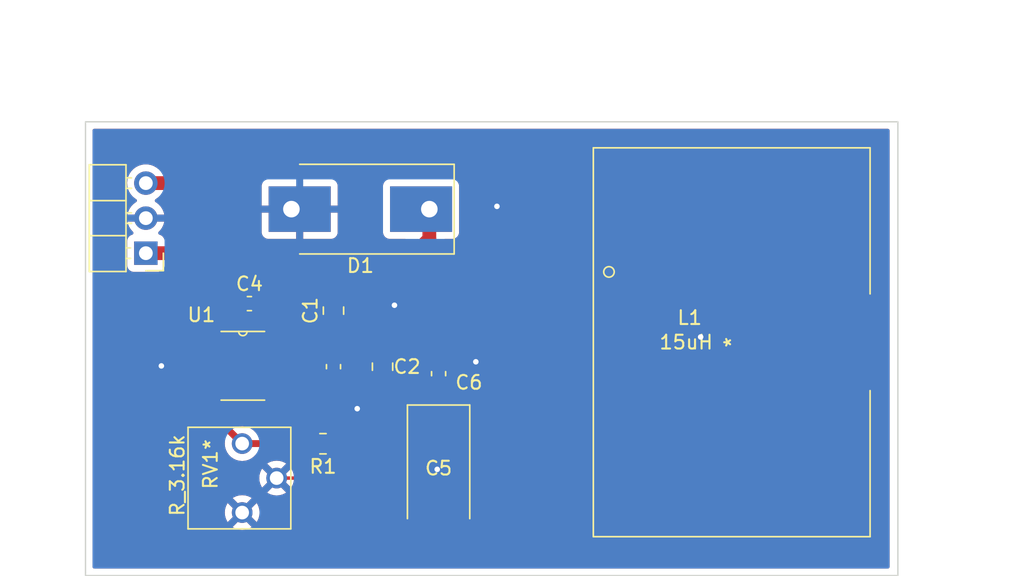
<source format=kicad_pcb>
(kicad_pcb (version 20211014) (generator pcbnew)
  (layers (0 "F.Cu" signal) (31 "B.Cu" signal) (34 "B.Paste" user) (35 "F.Paste" user) (36 "B.SilkS" user "B.Silkscreen") (37 "F.SilkS" user "F.Silkscreen") (38 "B.Mask" user) (39 "F.Mask" user) (44 "Edge.Cuts" user))
  (net 0 "")
  (net 1 "Boot")
  (net 4 "Vsense")
  (net 6 "GND")
  (net 7 "Vin")
  (net 8 "PH")
  (net 9 "Vout")
  (footprint "Capacitor_Tantalum_SMD:CP_EIA-7343-15_Kemet-W_Pad2.25x2.55mm_HandSolder" (layer "F.Cu") (at 153.5 97.0205 -90)
    (fp_text reference "C5" (at 0 0 180) (layer "F.SilkS"))
    (fp_text value "10TPB330M")
    (fp_line (start -4.585 -2.26) (end -4.585 2.26) (layer "F.SilkS") (width 0.12))
    (fp_line (start -4.585 2.26) (end 3.65 2.26) (layer "F.SilkS") (width 0.12))
    (fp_line (start 3.65 -2.26) (end -4.585 -2.26) (layer "F.SilkS") (width 0.12))
    (pad "1" smd roundrect (at -3.2 0 270) (size 2.25 2.55) (layers "F.Cu" "F.Paste" "F.Mask") (roundrect_rratio 0.1111111111) (net 9 "Vout"))
    (pad "2" smd roundrect (at 3.2 0 270) (size 2.25 2.55) (layers "F.Cu" "F.Paste" "F.Mask") (roundrect_rratio 0.1111111111) (net 6 "GND"))
  )
  (footprint "Capacitor_SMD:C_0603_1608Metric_Pad1.08x0.95mm_HandSolder" (layer "F.Cu") (at 153.5 90.1625 90)
    (fp_text reference "C6" (at -0.6375 2.2 180) (layer "F.SilkS"))
    (fp_text value ".01uF" hide)
    (fp_line (start -0.146267 0.51) (end 0.146267 0.51) (layer "F.SilkS") (width 0.12))
    (fp_line (start -0.146267 -0.51) (end 0.146267 -0.51) (layer "F.SilkS") (width 0.12))
    (pad "1" smd roundrect (at -0.8625 0 90) (size 1.075 0.95) (layers "F.Cu" "F.Paste" "F.Mask") (net 9 "Vout"))
    (pad "2" smd roundrect (at 0.8625 0 90) (size 1.075 0.95) (layers "F.Cu" "F.Paste" "F.Mask") (net 6 "GND"))
  )
  (footprint "VReg:TPS5450DDAR" (layer "F.Cu") (at 139.30775 89.591)
    (fp_text reference "U1" (at -3.00775 -3.691) (layer "F.SilkS"))
    (fp_text value "TPS5450DDAR" hide)
    (fp_line (start 1.576853 -2.4892) (end -1.576853 -2.4892) (layer "F.SilkS") (width 0.12))
    (fp_line (start -1.576853 2.4892) (end 1.576853 2.4892) (layer "F.SilkS") (width 0.12))
    (fp_arc (start 0.3048 -2.4892) (mid 0 -2.1844) (end -0.3048 -2.4892) (layer "F.SilkS") (width 0.12))
    (pad "1" smd rect (at -2.5654 -1.905) (size 1.778 0.5334) (layers "F.Cu" "F.Paste" "F.Mask") (net 1 "Boot"))
    (pad "2" smd rect (at -2.5654 -0.635) (size 1.778 0.5334) (layers "F.Cu" "F.Paste" "F.Mask"))
    (pad "3" smd rect (at -2.5654 0.635) (size 1.778 0.5334) (layers "F.Cu" "F.Paste" "F.Mask"))
    (pad "4" smd rect (at -2.5654 1.905) (size 1.778 0.5334) (layers "F.Cu" "F.Paste" "F.Mask") (net 4 "Vsense"))
    (pad "5" smd rect (at 2.5654 1.905) (size 1.778 0.5334) (layers "F.Cu" "F.Paste" "F.Mask"))
    (pad "6" smd rect (at 2.5654 0.635) (size 1.778 0.5334) (layers "F.Cu" "F.Paste" "F.Mask") (net 6 "GND"))
    (pad "7" smd rect (at 2.5654 -0.635) (size 1.778 0.5334) (layers "F.Cu" "F.Paste" "F.Mask") (net 7 "Vin"))
    (pad "8" smd rect (at 2.5654 -1.905) (size 1.778 0.5334) (layers "F.Cu" "F.Paste" "F.Mask") (net 8 "PH"))
    (pad "EPAD" smd rect (at 0 0) (size 2.4 3.099999) (layers "F.Cu" "F.Mask") (net 6 "GND"))
  )
  (footprint "Capacitor_SMD:C_0805_2012Metric_Pad1.18x1.45mm_HandSolder" (layer "F.Cu") (at 149.436 89.6545 -90)
    (fp_text reference "C2" (at 0 -1.778 180) (layer "F.SilkS"))
    (fp_text value "4.7uF" hide)
    (fp_line (start -0.261252 0.735) (end 0.261252 0.735) (layer "F.SilkS") (width 0.12))
    (fp_line (start -0.261252 -0.735) (end 0.261252 -0.735) (layer "F.SilkS") (width 0.12))
    (pad "1" smd roundrect (at -1.0375 0 270) (size 1.175 1.45) (layers "F.Cu" "F.Paste" "F.Mask") (roundrect_rratio 0.2127659574) (net 7 "Vin"))
    (pad "2" smd roundrect (at 1.0375 0 270) (size 1.175 1.45) (layers "F.Cu" "F.Paste" "F.Mask") (roundrect_rratio 0.2127659574) (net 6 "GND"))
  )
  (footprint "Resistor_SMD:R_0805_2012Metric_Pad1.20x1.40mm_HandSolder" (layer "F.Cu") (at 145.118 95.2425 180)
    (fp_text reference "R1" (at 0 -1.65) (layer "F.SilkS"))
    (fp_text value "10K" hide)
    (fp_line (start -0.227064 -0.735) (end 0.227064 -0.735) (layer "F.SilkS") (width 0.12))
    (fp_line (start -0.227064 0.735) (end 0.227064 0.735) (layer "F.SilkS") (width 0.12))
    (pad "1" smd roundrect (at -1 0 180) (size 1.2 1.4) (layers "F.Cu" "F.Paste" "F.Mask") (roundrect_rratio 0.2083333333) (net 9 "Vout"))
    (pad "2" smd roundrect (at 1 0 180) (size 1.2 1.4) (layers "F.Cu" "F.Paste" "F.Mask") (roundrect_rratio 0.2083333333) (net 4 "Vsense"))
  )
  (footprint "Capacitor_SMD:C_0603_1608Metric_Pad1.08x0.95mm_HandSolder" (layer "F.Cu") (at 139.784 85.0825)
    (fp_text reference "C4" (at 0 -1.43) (layer "F.SilkS"))
    (fp_text value ".01uF" hide)
    (fp_line (start -0.146267 -0.51) (end 0.146267 -0.51) (layer "F.SilkS") (width 0.12))
    (fp_line (start -0.146267 0.51) (end 0.146267 0.51) (layer "F.SilkS") (width 0.12))
    (pad "1" smd roundrect (at -0.8625 0) (size 1.075 0.95) (layers "F.Cu" "F.Paste" "F.Mask") (net 1 "Boot"))
    (pad "2" smd roundrect (at 0.8625 0) (size 1.075 0.95) (layers "F.Cu" "F.Paste" "F.Mask") (net 8 "PH"))
  )
  (footprint "Diode_SMD:D_SMC-RM10_Universal_Handsoldering" (layer "F.Cu") (at 147.828 78.232 180)
    (fp_text reference "D1" (at 0 -4.1) (layer "F.SilkS"))
    (fp_text value "B540C")
    (fp_line (start -6.8 3.25) (end -6.8 -3.25) (layer "F.SilkS") (width 0.12))
    (fp_line (start -6.8 -3.25) (end 4.4 -3.25) (layer "F.SilkS") (width 0.12))
    (fp_line (start -6.8 3.25) (end 4.4 3.25) (layer "F.SilkS") (width 0.12))
    (pad "1" thru_hole rect (at -5 0 180) (size 4.5 3.3) (drill 1.2 (offset 0.6 0)) (layers *.Cu *.Mask) (net 8 "PH"))
    (pad "2" thru_hole rect (at 5 0) (size 4.5 3.3) (drill 1.2 (offset 0.6 0)) (layers *.Cu *.Mask) (net 6 "GND"))
  )
  (footprint "Potentiometer_Imported:GF063P1" (layer "F.Cu") (at 139.2585 95.2315 90)
    (fp_text reference "RV1" (at -1.9 -2.3 90) (layer "F.SilkS"))
    (fp_text value "R_3.16k" (at -2.3 -4.7 90) (layer "F.SilkS"))
    (fp_text user "*" (at -0.0685 -2.2585 90) (layer "F.SilkS"))
    (fp_line (start 1.183 -3.92518) (end -6.183 -3.92518) (layer "F.SilkS") (width 0.12))
    (fp_line (start -6.183 -3.92518) (end -6.183 3.52718) (layer "F.SilkS") (width 0.12))
    (fp_line (start 1.183 -3.92518) (end 1.183 3.52718) (layer "F.SilkS") (width 0.12))
    (fp_line (start 1.183 3.52718) (end -6.183 3.52718) (layer "F.SilkS") (width 0.12))
    (pad "1" thru_hole circle (at 0 0 90) (size 1.4986 1.4986) (drill 0.9906) (layers *.Cu *.Mask) (net 4 "Vsense"))
    (pad "2" thru_hole circle (at -2.5 2.5 90) (size 1.4986 1.4986) (drill 0.9906) (layers *.Cu *.Mask) (net 6 "GND"))
    (pad "3" thru_hole circle (at -5 0 90) (size 1.4986 1.4986) (drill 0.9906) (layers *.Cu *.Mask) (net 6 "GND"))
  )
  (footprint "Capacitor_SMD:C_0603_1608Metric_Pad1.08x0.95mm_HandSolder" (layer "F.Cu") (at 145.88 89.6545 -90)
    (fp_text reference "C3" hide)
    (fp_text value ".01uF" hide)
    (fp_line (start -0.146267 0.51) (end 0.146267 0.51) (layer "F.SilkS") (width 0.12))
    (fp_line (start -0.146267 -0.51) (end 0.146267 -0.51) (layer "F.SilkS") (width 0.12))
    (pad "1" smd roundrect (at -0.8625 0 270) (size 1.075 0.95) (layers "F.Cu" "F.Paste" "F.Mask") (net 7 "Vin"))
    (pad "2" smd roundrect (at 0.8625 0 270) (size 1.075 0.95) (layers "F.Cu" "F.Paste" "F.Mask") (net 6 "GND"))
  )
  (footprint "Inductor_Coilcraft:SER2918H-103KL" (layer "F.Cu") (at 174.752 87.884 -90)
    (fp_text reference "L1" (at -1.778 3.048 180) (layer "F.SilkS"))
    (fp_text value "15uH" (at 0 3.302 180) (layer "F.SilkS"))
    (fp_text user "*" (at 0 0 90) (layer "F.SilkS"))
    (fp_line (start 14.097 -10.033) (end 3.50774 -10.033) (layer "F.SilkS") (width 0.12))
    (fp_line (start -3.50774 -10.033) (end -14.097 -10.033) (layer "F.SilkS") (width 0.12))
    (fp_line (start -14.097 10.033) (end 14.097 10.033) (layer "F.SilkS") (width 0.12))
    (fp_line (start -14.097 -10.033) (end -14.097 10.033) (layer "F.SilkS") (width 0.12))
    (fp_line (start 14.097 10.033) (end 14.097 -10.033) (layer "F.SilkS") (width 0.12))
    (fp_circle (center -5.1 8.9) (end -4.719 8.9) (layer "F.SilkS") (width 0.12) (fill none))
    (pad "1" smd rect (at -5.08 14.351 270) (size 5.334 5.588) (layers "F.Cu" "F.Paste" "F.Mask") (net 8 "PH"))
    (pad "2" smd rect (at 5.08 14.351 270) (size 5.334 5.588) (layers "F.Cu" "F.Paste" "F.Mask") (net 9 "Vout"))
    (pad "3" smd rect (at 0 -7.7216 270) (size 6.35 5.2832) (layers "F.Cu" "F.Paste" "F.Mask"))
  )
  (footprint "Custom:PinHeader_1x03_P2.54mm_Horizontal" (layer "F.Cu") (at 132.275 81.425 180)
    (fp_text reference "J1" hide)
    (fp_text value "Conn_01x03")
    (fp_line (start -1.27 -1.27) (end 0 -1.27) (layer "F.SilkS") (width 0.12))
    (fp_line (start 1.44 -1.33) (end 1.44 6.41) (layer "F.SilkS") (width 0.12))
    (fp_line (start 4.1 6.41) (end 4.1 -1.33) (layer "F.SilkS") (width 0.12))
    (fp_line (start 1.042929 2.16) (end 1.44 2.16) (layer "F.SilkS") (width 0.12))
    (fp_line (start 1.042929 4.7) (end 1.44 4.7) (layer "F.SilkS") (width 0.12))
    (fp_line (start 1.11 0.38) (end 1.44 0.38) (layer "F.SilkS") (width 0.12))
    (fp_line (start 1.44 3.81) (end 4.1 3.81) (layer "F.SilkS") (width 0.12))
    (fp_line (start 1.44 6.41) (end 4.1 6.41) (layer "F.SilkS") (width 0.12))
    (fp_line (start -1.27 0) (end -1.27 -1.27) (layer "F.SilkS") (width 0.12))
    (fp_line (start 1.042929 2.92) (end 1.44 2.92) (layer "F.SilkS") (width 0.12))
    (fp_line (start 1.042929 5.46) (end 1.44 5.46) (layer "F.SilkS") (width 0.12))
    (fp_line (start 1.44 1.27) (end 4.1 1.27) (layer "F.SilkS") (width 0.12))
    (fp_line (start 4.1 -1.33) (end 1.44 -1.33) (layer "F.SilkS") (width 0.12))
    (fp_line (start 1.11 -0.38) (end 1.44 -0.38) (layer "F.SilkS") (width 0.12))
    (pad "1" thru_hole rect (at 0 0 180) (size 1.7 1.7) (drill 1) (layers *.Cu *.Mask) (net 7 "Vin"))
    (pad "2" thru_hole oval (at 0 2.54 180) (size 1.7 1.7) (drill 1) (layers *.Cu *.Mask) (net 6 "GND"))
    (pad "3" thru_hole oval (at 0 5.08 180) (size 1.7 1.7) (drill 1) (layers *.Cu *.Mask) (net 9 "Vout"))
  )
  (footprint "Capacitor_SMD:C_0805_2012Metric_Pad1.18x1.45mm_HandSolder" (layer "F.Cu") (at 145.88 85.5905 90)
    (fp_text reference "C1" (at 0 -1.68 90) (layer "F.SilkS"))
    (fp_text value "4.7uF" hide)
    (fp_line (start -0.261252 0.735) (end 0.261252 0.735) (layer "F.SilkS") (width 0.12))
    (fp_line (start -0.261252 -0.735) (end 0.261252 -0.735) (layer "F.SilkS") (width 0.12))
    (pad "1" smd roundrect (at -1.0375 0 90) (size 1.175 1.45) (layers "F.Cu" "F.Paste" "F.Mask") (roundrect_rratio 0.2127659574) (net 7 "Vin"))
    (pad "2" smd roundrect (at 1.0375 0 90) (size 1.175 1.45) (layers "F.Cu" "F.Paste" "F.Mask") (roundrect_rratio 0.2127659574) (net 6 "GND"))
  )
  (gr_rect (start 127.9 71.9) (end 186.8 104.8) (layer "Edge.Cuts") (width 0.1) (fill none))
  (segment (start 138.9215 85.50685) (end 138.9215 85.0825) (width 0.25) (layer "F.Cu") (net 1))
  (segment (start 136.74235 87.686) (end 138.9215 85.50685) (width 0.5) (layer "F.Cu") (net 1))
  (segment (start 139.2585 95.2315) (end 144.107 95.2315) (width 0.5) (layer "F.Cu") (net 4))
  (segment (start 144.107 95.2315) (end 144.118 95.2425) (width 0.25) (layer "F.Cu") (net 4))
  (segment (start 136.74235 92.71535) (end 139.2585 95.2315) (width 0.5) (layer "F.Cu") (net 4))
  (segment (start 136.74235 91.496) (end 136.74235 92.71535) (width 0.5) (layer "F.Cu") (net 4))
  (segment (start 141.7585 97.7315) (end 151.011 97.7315) (width 0.25) (layer "F.Cu") (net 6))
  (segment (start 149.436 90.692) (end 152.108 90.692) (width 0.5) (layer "F.Cu") (net 6))
  (segment (start 139.2585 100.2315) (end 141.7585 97.7315) (width 0.25) (layer "F.Cu") (net 6))
  (segment (start 151.011 97.7315) (end 153.5 100.2205) (width 0.25) (layer "F.Cu") (net 6))
  (segment (start 141.87315 90.226) (end 145.589 90.226) (width 0.5) (layer "F.Cu") (net 6))
  (segment (start 149.261 90.517) (end 149.436 90.692) (width 0.25) (layer "F.Cu") (net 6))
  (segment (start 153.5 89.3) (end 156.2 89.3) (width 0.5) (layer "F.Cu") (net 6))
  (segment (start 145.589 90.226) (end 145.88 90.517) (width 0.5) (layer "F.Cu") (net 6))
  (segment (start 152.108 90.692) (end 153.5 89.3) (width 0.5) (layer "F.Cu") (net 6))
  (segment (start 145.88 90.517) (end 149.261 90.517) (width 0.5) (layer "F.Cu") (net 6))
  (via (at 156.2 89.3) (size 0.8) (drill 0.4) (layers "F.Cu" "B.Cu") (net 6))
  (via (at 153.4 97.1) (size 0.8) (drill 0.4) (layers "F.Cu" "B.Cu") (net 6))
  (via (at 150.3 85.2) (size 0.8) (drill 0.4) (layers "F.Cu" "B.Cu") (net 6))
  (via (at 147.6 92.7) (size 0.8) (drill 0.4) (layers "F.Cu" "B.Cu") (net 6))
  (via (at 133.4 89.6) (size 0.8) (drill 0.4) (layers "F.Cu" "B.Cu") (net 6))
  (via (at 157.73 78.03) (size 0.8) (drill 0.4) (layers "F.Cu" "B.Cu") (net 6))
  (via (at 172.5 87.5) (size 0.8) (drill 0.4) (layers "F.Cu" "B.Cu") (net 6))
  (segment (start 140.2 75.1) (end 138.4 76.9) (width 1) (layer "F.Cu") (net 7))
  (segment (start 149.261 88.792) (end 149.436 88.617) (width 0.25) (layer "F.Cu") (net 7))
  (segment (start 145.88 88.792) (end 149.261 88.792) (width 0.5) (layer "F.Cu") (net 7))
  (segment (start 149.436 88.617) (end 150.953 87.1) (width 1) (layer "F.Cu") (net 7))
  (segment (start 166.2 85.4) (end 166.2 80.5) (width 1) (layer "F.Cu") (net 7))
  (segment (start 145.716 88.956) (end 145.88 88.792) (width 0.5) (layer "F.Cu") (net 7))
  (segment (start 141.87315 88.956) (end 145.716 88.956) (width 0.5) (layer "F.Cu") (net 7))
  (segment (start 135.775 81.425) (end 132.275 81.425) (width 1) (layer "F.Cu") (net 7))
  (segment (start 150.953 87.1) (end 164.5 87.1) (width 1) (layer "F.Cu") (net 7))
  (segment (start 138.4 78.8) (end 135.775 81.425) (width 1) (layer "F.Cu") (net 7))
  (segment (start 164.5 87.1) (end 166.2 85.4) (width 1) (layer "F.Cu") (net 7))
  (segment (start 166.2 80.5) (end 160.8 75.1) (width 1) (layer "F.Cu") (net 7))
  (segment (start 145.88 86.628) (end 145.88 88.792) (width 0.5) (layer "F.Cu") (net 7))
  (segment (start 138.4 76.9) (end 138.4 78.8) (width 1) (layer "F.Cu") (net 7))
  (segment (start 160.8 75.1) (end 140.2 75.1) (width 1) (layer "F.Cu") (net 7))
  (segment (start 152.828 80.382) (end 152.828 78.232) (width 1) (layer "F.Cu") (net 8))
  (segment (start 150.406 82.804) (end 152.828 80.382) (width 1) (layer "F.Cu") (net 8))
  (segment (start 141.87315 86.30915) (end 140.6465 85.0825) (width 0.5) (layer "F.Cu") (net 8))
  (segment (start 142.828 82.901) (end 147.303 82.901) (width 1) (layer "F.Cu") (net 8))
  (segment (start 150.406 82.804) (end 160.401 82.804) (width 1) (layer "F.Cu") (net 8))
  (segment (start 147.4 82.804) (end 150.406 82.804) (width 1) (layer "F.Cu") (net 8))
  (segment (start 141.87315 87.686) (end 141.87315 86.30915) (width 0.5) (layer "F.Cu") (net 8))
  (segment (start 147.303 82.901) (end 147.4 82.804) (width 1) (layer "F.Cu") (net 8))
  (segment (start 142.828 82.901) (end 140.6465 85.0825) (width 1) (layer "F.Cu") (net 8))
  (segment (start 138.32 73.8) (end 135.775 76.345) (width 1) (layer "F.Cu") (net 9))
  (segment (start 166.736 92.964) (end 168.2 91.5) (width 1) (layer "F.Cu") (net 9))
  (segment (start 153.5 91.025) (end 153.5 93.8205) (width 1) (layer "F.Cu") (net 9))
  (segment (start 168.2 79.5) (end 162.5 73.8) (width 1) (layer "F.Cu") (net 9))
  (segment (start 152.078 95.2425) (end 153.5 93.8205) (width 1) (layer "F.Cu") (net 9))
  (segment (start 162.5 73.8) (end 138.32 73.8) (width 1) (layer "F.Cu") (net 9))
  (segment (start 168.2 91.5) (end 168.2 79.5) (width 1) (layer "F.Cu") (net 9))
  (segment (start 153.5 93.8205) (end 154.364 92.9565) (width 0.25) (layer "F.Cu") (net 9))
  (segment (start 154.3565 92.964) (end 153.5 93.8205) (width 0.25) (layer "F.Cu") (net 9))
  (segment (start 135.775 76.345) (end 132.275 76.345) (width 1) (layer "F.Cu") (net 9))
  (segment (start 160.401 92.964) (end 154.3565 92.964) (width 1) (layer "F.Cu") (net 9))
  (segment (start 160.401 92.964) (end 166.736 92.964) (width 1) (layer "F.Cu") (net 9))
  (segment (start 146.118 95.2425) (end 152.078 95.2425) (width 1) (layer "F.Cu") (net 9))
  (zone (net 6) (net_name "GND") (layers F&B.Cu) (name "GND") (connect_pads (clearance 0.508)) (min_thickness 0.254) (fill yes (thermal_gap 0.508) (thermal_bridge_width 0.508))
    (polygon (pts (xy 186.2 104.4) (xy 128.3 104.3) (xy 128.3 72.4) (xy 186.2 72.4)))
  )
)
</source>
